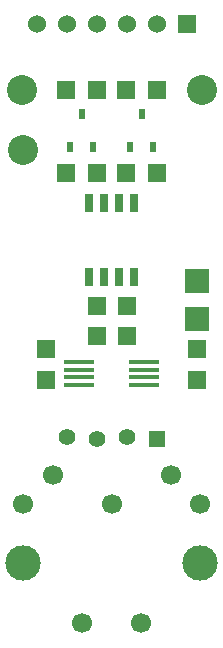
<source format=gbr>
G04 #@! TF.FileFunction,Soldermask,Top*
%FSLAX46Y46*%
G04 Gerber Fmt 4.6, Leading zero omitted, Abs format (unit mm)*
G04 Created by KiCad (PCBNEW no-vcs-found-product) date Fri 31 Jul 2015 10:51:20 PM CDT*
%MOMM*%
G01*
G04 APERTURE LIST*
%ADD10C,0.100000*%
%ADD11R,2.000000X2.000000*%
%ADD12R,1.524000X1.524000*%
%ADD13C,1.524000*%
%ADD14R,0.600000X0.900000*%
%ADD15R,1.500000X1.600000*%
%ADD16R,1.600000X1.500000*%
%ADD17C,2.540000*%
%ADD18R,2.500000X0.450000*%
%ADD19R,0.700000X1.600000*%
%ADD20C,1.700000*%
%ADD21C,3.000000*%
%ADD22C,1.397000*%
%ADD23R,1.397000X1.397000*%
G04 APERTURE END LIST*
D10*
D11*
X133477000Y-97485000D03*
X133477000Y-94285000D03*
D12*
X132588000Y-72517000D03*
D13*
X130048000Y-72517000D03*
X127508000Y-72517000D03*
X124968000Y-72517000D03*
X122428000Y-72517000D03*
X119888000Y-72517000D03*
D14*
X128778000Y-80134000D03*
X129728000Y-82934000D03*
X127828000Y-82934000D03*
X123698000Y-80134000D03*
X124648000Y-82934000D03*
X122748000Y-82934000D03*
D15*
X133477000Y-102646000D03*
X133477000Y-100046000D03*
X127508000Y-96363000D03*
X127508000Y-98963000D03*
X124968000Y-96363000D03*
X124968000Y-98963000D03*
D16*
X127478000Y-85090000D03*
X130078000Y-85090000D03*
X124998000Y-85090000D03*
X122398000Y-85090000D03*
X127478000Y-78105000D03*
X130078000Y-78105000D03*
X124998000Y-78105000D03*
X122398000Y-78105000D03*
D17*
X133858000Y-78105000D03*
X118618000Y-78105000D03*
X118745000Y-83185000D03*
D18*
X128963000Y-103083000D03*
X128963000Y-102433000D03*
X128963000Y-101783000D03*
X128963000Y-101133000D03*
X123513000Y-101133000D03*
X123513000Y-101783000D03*
X123513000Y-102433000D03*
X123513000Y-103083000D03*
D19*
X124333000Y-93905000D03*
X125603000Y-93905000D03*
X126873000Y-93905000D03*
X128143000Y-93905000D03*
X128143000Y-87705000D03*
X126873000Y-87705000D03*
X125603000Y-87705000D03*
X124333000Y-87705000D03*
D15*
X120650000Y-100046000D03*
X120650000Y-102646000D03*
D20*
X133738000Y-113190000D03*
X126238000Y-113190000D03*
X118738000Y-113190000D03*
X131238000Y-110690000D03*
X121238000Y-110690000D03*
X128738000Y-123190000D03*
X123738000Y-123190000D03*
D21*
X133738000Y-118190000D03*
X118738000Y-118190000D03*
D22*
X127508000Y-107508040D03*
X124968000Y-107629960D03*
D23*
X130048000Y-107629960D03*
D22*
X122428000Y-107508040D03*
M02*

</source>
